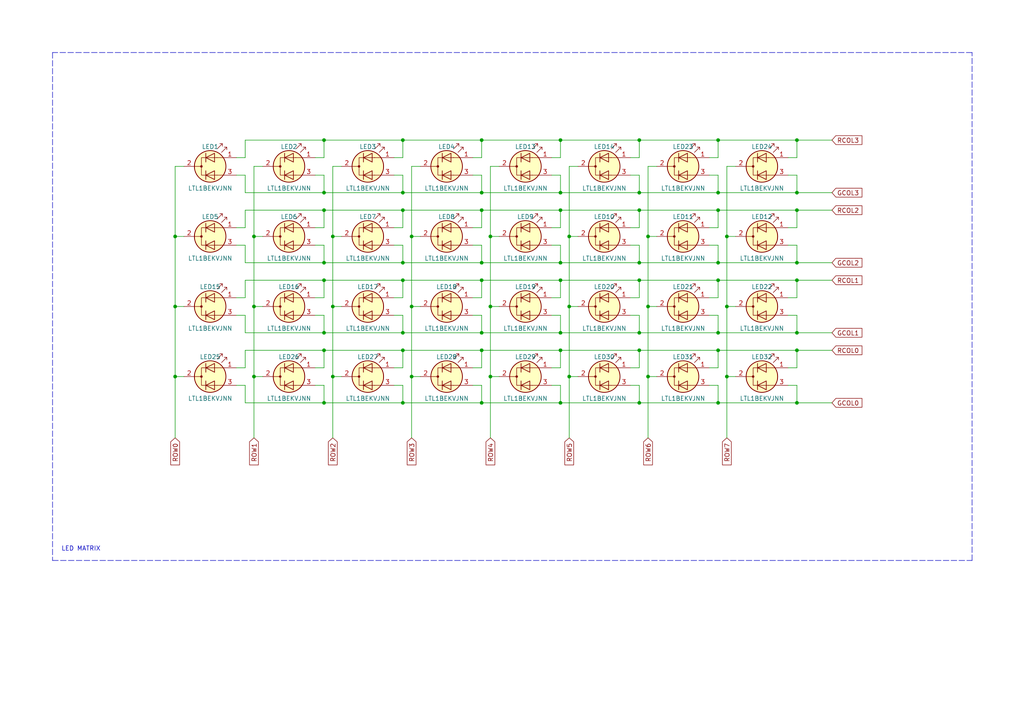
<source format=kicad_sch>
(kicad_sch (version 20211123) (generator eeschema)
  (paper "A4")
  (title_block (title "PER|FORMER eurorack sequencer") (date "2018-10-09") (rev "1.0") (company "westlicht") (comment 1 "cc-by-nc-sa"))
  (lib_symbols
    (symbol "Device:LED_Dual_ACA" (pin_names (offset 0) hide)
      (property "Reference" "D" (at 0 5.715 0))
      (property "Value" "Device_LED_Dual_ACA" (at 0 -6.35 0))
      (symbol "LED_Dual_ACA_0_1"
        (circle (center -2.54 0) (radius 0.2794) (fill (type outline)))
        (polyline (pts (xy -4.572 0) (xy -2.54 0)))
        (polyline (pts (xy -1.27 -1.27) (xy -1.27 -3.81)) (stroke (width 0.2032)))
        (polyline (pts (xy -1.27 1.27) (xy -1.27 3.81)) (stroke (width 0.2032)))
        (polyline (pts (xy 3.81 -2.54) (xy 1.905 -2.54)))
        (polyline (pts (xy 3.81 2.54) (xy 1.905 2.54)))
        (polyline (pts (xy 1.27 -3.81) (xy 1.27 -1.27) (xy -1.27 -2.54) (xy 1.27 -3.81)) (stroke (width 0.2032)))
        (polyline (pts (xy 1.27 1.27) (xy 1.27 3.81) (xy -1.27 2.54) (xy 1.27 1.27)) (stroke (width 0.2032)))
        (polyline (pts (xy 2.032 2.54) (xy -2.54 2.54) (xy -2.54 -2.54) (xy 2.032 -2.54)))
        (polyline (pts (xy 2.032 5.08) (xy 3.556 6.604) (xy 2.794 6.604) (xy 3.556 6.604) (xy 3.556 5.842)))
        (polyline (pts (xy 3.302 4.064) (xy 4.826 5.588) (xy 4.064 5.588) (xy 4.826 5.588) (xy 4.826 4.826)))
        (circle (center 0 0) (radius 4.572) (stroke (width 0.254)) (fill (type background)))
      )
      (symbol "LED_Dual_ACA_1_1"
        (pin input line (at 7.62 2.54 180) (length 3.81) (name "A1") (number "1"))
        (pin input line (at -7.62 0 0) (length 3.048) (name "K") (number "2"))
        (pin input line (at 7.62 -2.54 180) (length 3.81) (name "A2") (number "3"))
      )
    )
  )
  (junction (at 208.28 60.96))
  (junction (at 93.98 60.96))
  (junction (at 162.56 101.6))
  (junction (at 185.42 96.52))
  (junction (at 93.98 81.28))
  (junction (at 185.42 60.96))
  (junction (at 116.84 81.28))
  (junction (at 50.8 109.22))
  (junction (at 165.1 88.9))
  (junction (at 93.98 40.64))
  (junction (at 116.84 76.2))
  (junction (at 116.84 96.52))
  (junction (at 73.66 68.58))
  (junction (at 185.42 81.28))
  (junction (at 162.56 81.28))
  (junction (at 231.14 81.28))
  (junction (at 231.14 76.2))
  (junction (at 116.84 101.6))
  (junction (at 139.7 40.64))
  (junction (at 93.98 116.84))
  (junction (at 119.38 88.9))
  (junction (at 139.7 76.2))
  (junction (at 162.56 40.64))
  (junction (at 93.98 76.2))
  (junction (at 210.82 88.9))
  (junction (at 119.38 68.58))
  (junction (at 231.14 40.64))
  (junction (at 231.14 116.84))
  (junction (at 93.98 55.88))
  (junction (at 162.56 60.96))
  (junction (at 96.52 68.58))
  (junction (at 73.66 88.9))
  (junction (at 142.24 88.9))
  (junction (at 185.42 101.6))
  (junction (at 208.28 116.84))
  (junction (at 185.42 116.84))
  (junction (at 187.96 88.9))
  (junction (at 185.42 55.88))
  (junction (at 231.14 101.6))
  (junction (at 116.84 40.64))
  (junction (at 142.24 68.58))
  (junction (at 116.84 116.84))
  (junction (at 162.56 76.2))
  (junction (at 139.7 96.52))
  (junction (at 116.84 60.96))
  (junction (at 231.14 55.88))
  (junction (at 93.98 96.52))
  (junction (at 50.8 88.9))
  (junction (at 208.28 96.52))
  (junction (at 208.28 76.2))
  (junction (at 231.14 96.52))
  (junction (at 139.7 101.6))
  (junction (at 208.28 55.88))
  (junction (at 96.52 88.9))
  (junction (at 187.96 109.22))
  (junction (at 208.28 101.6))
  (junction (at 116.84 55.88))
  (junction (at 162.56 55.88))
  (junction (at 73.66 109.22))
  (junction (at 187.96 68.58))
  (junction (at 162.56 96.52))
  (junction (at 119.38 109.22))
  (junction (at 208.28 81.28))
  (junction (at 139.7 81.28))
  (junction (at 162.56 116.84))
  (junction (at 142.24 109.22))
  (junction (at 165.1 109.22))
  (junction (at 50.8 68.58))
  (junction (at 139.7 55.88))
  (junction (at 208.28 40.64))
  (junction (at 139.7 60.96))
  (junction (at 185.42 40.64))
  (junction (at 185.42 76.2))
  (junction (at 210.82 68.58))
  (junction (at 93.98 101.6))
  (junction (at 210.82 109.22))
  (junction (at 139.7 116.84))
  (junction (at 165.1 68.58))
  (junction (at 96.52 109.22))
  (junction (at 231.14 60.96))
  (wire (pts (xy 185.42 40.64) (xy 208.28 40.64)))
  (wire (pts (xy 68.58 66.04) (xy 71.12 66.04)))
  (wire (pts (xy 185.42 101.6) (xy 208.28 101.6)))
  (wire (pts (xy 165.1 109.22) (xy 165.1 127)))
  (wire (pts (xy 190.5 48.26) (xy 187.96 48.26)))
  (wire (pts (xy 162.56 66.04) (xy 162.56 60.96)))
  (wire (pts (xy 231.14 40.64) (xy 241.3 40.64)))
  (wire (pts (xy 208.28 45.72) (xy 208.28 40.64)))
  (wire (pts (xy 139.7 116.84) (xy 162.56 116.84)))
  (wire (pts (xy 114.3 66.04) (xy 116.84 66.04)))
  (wire (pts (xy 185.42 86.36) (xy 185.42 81.28)))
  (wire (pts (xy 116.84 76.2) (xy 139.7 76.2)))
  (wire (pts (xy 165.1 88.9) (xy 165.1 109.22)))
  (wire (pts (xy 210.82 88.9) (xy 210.82 109.22)))
  (wire (pts (xy 231.14 106.68) (xy 228.6 106.68)))
  (wire (pts (xy 114.3 71.12) (xy 116.84 71.12)))
  (wire (pts (xy 137.16 91.44) (xy 139.7 91.44)))
  (wire (pts (xy 162.56 101.6) (xy 185.42 101.6)))
  (wire (pts (xy 50.8 109.22) (xy 53.34 109.22)))
  (wire (pts (xy 68.58 50.8) (xy 71.12 50.8)))
  (wire (pts (xy 142.24 109.22) (xy 142.24 127)))
  (wire (pts (xy 208.28 50.8) (xy 208.28 55.88)))
  (wire (pts (xy 208.28 60.96) (xy 231.14 60.96)))
  (wire (pts (xy 142.24 109.22) (xy 144.78 109.22)))
  (wire (pts (xy 71.12 76.2) (xy 71.12 71.12)))
  (wire (pts (xy 187.96 68.58) (xy 190.5 68.58)))
  (wire (pts (xy 162.56 106.68) (xy 162.56 101.6)))
  (wire (pts (xy 137.16 66.04) (xy 139.7 66.04)))
  (wire (pts (xy 162.56 40.64) (xy 185.42 40.64)))
  (wire (pts (xy 231.14 71.12) (xy 231.14 76.2)))
  (wire (pts (xy 116.84 111.76) (xy 116.84 116.84)))
  (wire (pts (xy 210.82 109.22) (xy 213.36 109.22)))
  (wire (pts (xy 137.16 106.68) (xy 139.7 106.68)))
  (wire (pts (xy 93.98 116.84) (xy 116.84 116.84)))
  (wire (pts (xy 142.24 68.58) (xy 142.24 88.9)))
  (wire (pts (xy 185.42 50.8) (xy 185.42 55.88)))
  (wire (pts (xy 137.16 71.12) (xy 139.7 71.12)))
  (wire (pts (xy 71.12 106.68) (xy 71.12 101.6)))
  (wire (pts (xy 119.38 68.58) (xy 121.92 68.58)))
  (wire (pts (xy 182.88 71.12) (xy 185.42 71.12)))
  (wire (pts (xy 162.56 81.28) (xy 185.42 81.28)))
  (wire (pts (xy 50.8 88.9) (xy 53.34 88.9)))
  (wire (pts (xy 185.42 111.76) (xy 185.42 116.84)))
  (wire (pts (xy 91.44 66.04) (xy 93.98 66.04)))
  (wire (pts (xy 162.56 71.12) (xy 162.56 76.2)))
  (wire (pts (xy 137.16 111.76) (xy 139.7 111.76)))
  (wire (pts (xy 185.42 91.44) (xy 185.42 96.52)))
  (wire (pts (xy 205.74 106.68) (xy 208.28 106.68)))
  (wire (pts (xy 116.84 106.68) (xy 116.84 101.6)))
  (wire (pts (xy 93.98 106.68) (xy 93.98 101.6)))
  (wire (pts (xy 228.6 91.44) (xy 231.14 91.44)))
  (wire (pts (xy 139.7 111.76) (xy 139.7 116.84)))
  (wire (pts (xy 185.42 55.88) (xy 208.28 55.88)))
  (wire (pts (xy 167.64 48.26) (xy 165.1 48.26)))
  (wire (pts (xy 205.74 91.44) (xy 208.28 91.44)))
  (wire (pts (xy 73.66 88.9) (xy 73.66 109.22)))
  (wire (pts (xy 68.58 45.72) (xy 71.12 45.72)))
  (wire (pts (xy 93.98 81.28) (xy 93.98 86.36)))
  (wire (pts (xy 119.38 109.22) (xy 119.38 127)))
  (wire (pts (xy 205.74 45.72) (xy 208.28 45.72)))
  (wire (pts (xy 162.56 60.96) (xy 185.42 60.96)))
  (wire (pts (xy 162.56 96.52) (xy 185.42 96.52)))
  (wire (pts (xy 116.84 55.88) (xy 139.7 55.88)))
  (wire (pts (xy 185.42 96.52) (xy 208.28 96.52)))
  (wire (pts (xy 182.88 66.04) (xy 185.42 66.04)))
  (wire (pts (xy 93.98 50.8) (xy 93.98 55.88)))
  (wire (pts (xy 185.42 116.84) (xy 208.28 116.84)))
  (wire (pts (xy 185.42 76.2) (xy 208.28 76.2)))
  (wire (pts (xy 137.16 45.72) (xy 139.7 45.72)))
  (wire (pts (xy 50.8 48.26) (xy 50.8 68.58)))
  (wire (pts (xy 91.44 45.72) (xy 93.98 45.72)))
  (wire (pts (xy 185.42 81.28) (xy 208.28 81.28)))
  (wire (pts (xy 208.28 101.6) (xy 231.14 101.6)))
  (wire (pts (xy 205.74 86.36) (xy 208.28 86.36)))
  (wire (pts (xy 208.28 66.04) (xy 208.28 60.96)))
  (wire (pts (xy 93.98 40.64) (xy 116.84 40.64)))
  (wire (pts (xy 185.42 106.68) (xy 185.42 101.6)))
  (wire (pts (xy 116.84 81.28) (xy 139.7 81.28)))
  (wire (pts (xy 162.56 91.44) (xy 162.56 96.52)))
  (wire (pts (xy 208.28 40.64) (xy 231.14 40.64)))
  (wire (pts (xy 231.14 60.96) (xy 231.14 66.04)))
  (wire (pts (xy 96.52 109.22) (xy 99.06 109.22)))
  (wire (pts (xy 119.38 88.9) (xy 119.38 109.22)))
  (wire (pts (xy 93.98 91.44) (xy 93.98 96.52)))
  (wire (pts (xy 139.7 45.72) (xy 139.7 40.64)))
  (wire (pts (xy 114.3 106.68) (xy 116.84 106.68)))
  (wire (pts (xy 142.24 68.58) (xy 144.78 68.58)))
  (wire (pts (xy 205.74 66.04) (xy 208.28 66.04)))
  (wire (pts (xy 139.7 86.36) (xy 139.7 81.28)))
  (wire (pts (xy 116.84 86.36) (xy 116.84 81.28)))
  (wire (pts (xy 137.16 50.8) (xy 139.7 50.8)))
  (wire (pts (xy 231.14 60.96) (xy 241.3 60.96)))
  (wire (pts (xy 73.66 109.22) (xy 76.2 109.22)))
  (wire (pts (xy 162.56 86.36) (xy 162.56 81.28)))
  (wire (pts (xy 187.96 88.9) (xy 190.5 88.9)))
  (wire (pts (xy 71.12 76.2) (xy 93.98 76.2)))
  (wire (pts (xy 139.7 66.04) (xy 139.7 60.96)))
  (wire (pts (xy 185.42 66.04) (xy 185.42 60.96)))
  (wire (pts (xy 187.96 48.26) (xy 187.96 68.58)))
  (wire (pts (xy 116.84 40.64) (xy 139.7 40.64)))
  (wire (pts (xy 96.52 88.9) (xy 99.06 88.9)))
  (wire (pts (xy 162.56 111.76) (xy 162.56 116.84)))
  (wire (pts (xy 91.44 111.76) (xy 93.98 111.76)))
  (wire (pts (xy 231.14 101.6) (xy 241.3 101.6)))
  (wire (pts (xy 73.66 109.22) (xy 73.66 127)))
  (wire (pts (xy 71.12 101.6) (xy 93.98 101.6)))
  (wire (pts (xy 182.88 45.72) (xy 185.42 45.72)))
  (wire (pts (xy 71.12 60.96) (xy 93.98 60.96)))
  (wire (pts (xy 139.7 40.64) (xy 162.56 40.64)))
  (wire (pts (xy 91.44 50.8) (xy 93.98 50.8)))
  (wire (pts (xy 116.84 60.96) (xy 139.7 60.96)))
  (wire (pts (xy 160.02 66.04) (xy 162.56 66.04)))
  (wire (pts (xy 71.12 71.12) (xy 68.58 71.12)))
  (wire (pts (xy 71.12 45.72) (xy 71.12 40.64)))
  (wire (pts (xy 116.84 96.52) (xy 139.7 96.52)))
  (wire (pts (xy 231.14 91.44) (xy 231.14 96.52)))
  (wire (pts (xy 187.96 109.22) (xy 187.96 127)))
  (wire (pts (xy 53.34 48.26) (xy 50.8 48.26)))
  (wire (pts (xy 231.14 55.88) (xy 241.3 55.88)))
  (wire (pts (xy 231.14 96.52) (xy 241.3 96.52)))
  (wire (pts (xy 96.52 68.58) (xy 96.52 88.9)))
  (wire (pts (xy 187.96 88.9) (xy 187.96 109.22)))
  (wire (pts (xy 187.96 109.22) (xy 190.5 109.22)))
  (wire (pts (xy 91.44 106.68) (xy 93.98 106.68)))
  (wire (pts (xy 71.12 116.84) (xy 93.98 116.84)))
  (wire (pts (xy 121.92 48.26) (xy 119.38 48.26)))
  (wire (pts (xy 93.98 86.36) (xy 91.44 86.36)))
  (wire (pts (xy 165.1 68.58) (xy 165.1 88.9)))
  (wire (pts (xy 208.28 76.2) (xy 231.14 76.2)))
  (wire (pts (xy 208.28 86.36) (xy 208.28 81.28)))
  (wire (pts (xy 139.7 50.8) (xy 139.7 55.88)))
  (wire (pts (xy 210.82 48.26) (xy 210.82 68.58)))
  (wire (pts (xy 142.24 88.9) (xy 142.24 109.22)))
  (wire (pts (xy 208.28 116.84) (xy 231.14 116.84)))
  (wire (pts (xy 208.28 71.12) (xy 208.28 76.2)))
  (wire (pts (xy 182.88 91.44) (xy 185.42 91.44)))
  (wire (pts (xy 139.7 71.12) (xy 139.7 76.2)))
  (wire (pts (xy 210.82 68.58) (xy 210.82 88.9)))
  (wire (pts (xy 210.82 109.22) (xy 210.82 127)))
  (wire (pts (xy 231.14 40.64) (xy 231.14 45.72)))
  (polyline (pts (xy 281.94 15.24) (xy 15.24 15.24)))
  (wire (pts (xy 165.1 48.26) (xy 165.1 68.58)))
  (wire (pts (xy 73.66 68.58) (xy 73.66 88.9)))
  (wire (pts (xy 93.98 60.96) (xy 116.84 60.96)))
  (wire (pts (xy 116.84 71.12) (xy 116.84 76.2)))
  (wire (pts (xy 137.16 86.36) (xy 139.7 86.36)))
  (wire (pts (xy 231.14 55.88) (xy 231.14 50.8)))
  (wire (pts (xy 116.84 50.8) (xy 116.84 55.88)))
  (wire (pts (xy 50.8 109.22) (xy 50.8 127)))
  (wire (pts (xy 182.88 86.36) (xy 185.42 86.36)))
  (wire (pts (xy 160.02 45.72) (xy 162.56 45.72)))
  (wire (pts (xy 231.14 50.8) (xy 228.6 50.8)))
  (wire (pts (xy 68.58 86.36) (xy 71.12 86.36)))
  (wire (pts (xy 139.7 55.88) (xy 162.56 55.88)))
  (wire (pts (xy 205.74 50.8) (xy 208.28 50.8)))
  (wire (pts (xy 165.1 68.58) (xy 167.64 68.58)))
  (wire (pts (xy 160.02 86.36) (xy 162.56 86.36)))
  (wire (pts (xy 187.96 68.58) (xy 187.96 88.9)))
  (wire (pts (xy 119.38 48.26) (xy 119.38 68.58)))
  (wire (pts (xy 71.12 91.44) (xy 68.58 91.44)))
  (wire (pts (xy 231.14 86.36) (xy 228.6 86.36)))
  (polyline (pts (xy 281.94 162.56) (xy 281.94 15.24)))
  (wire (pts (xy 71.12 81.28) (xy 93.98 81.28)))
  (wire (pts (xy 160.02 111.76) (xy 162.56 111.76)))
  (wire (pts (xy 114.3 45.72) (xy 116.84 45.72)))
  (wire (pts (xy 93.98 55.88) (xy 116.84 55.88)))
  (wire (pts (xy 182.88 50.8) (xy 185.42 50.8)))
  (wire (pts (xy 139.7 76.2) (xy 162.56 76.2)))
  (wire (pts (xy 50.8 68.58) (xy 50.8 88.9)))
  (wire (pts (xy 208.28 55.88) (xy 231.14 55.88)))
  (wire (pts (xy 231.14 81.28) (xy 231.14 86.36)))
  (wire (pts (xy 119.38 109.22) (xy 121.92 109.22)))
  (wire (pts (xy 71.12 86.36) (xy 71.12 81.28)))
  (wire (pts (xy 93.98 66.04) (xy 93.98 60.96)))
  (wire (pts (xy 162.56 116.84) (xy 185.42 116.84)))
  (wire (pts (xy 50.8 68.58) (xy 53.34 68.58)))
  (wire (pts (xy 162.56 45.72) (xy 162.56 40.64)))
  (wire (pts (xy 165.1 88.9) (xy 167.64 88.9)))
  (wire (pts (xy 96.52 88.9) (xy 96.52 109.22)))
  (wire (pts (xy 116.84 116.84) (xy 139.7 116.84)))
  (wire (pts (xy 162.56 76.2) (xy 185.42 76.2)))
  (wire (pts (xy 210.82 88.9) (xy 213.36 88.9)))
  (wire (pts (xy 213.36 48.26) (xy 210.82 48.26)))
  (wire (pts (xy 228.6 111.76) (xy 231.14 111.76)))
  (wire (pts (xy 71.12 50.8) (xy 71.12 55.88)))
  (wire (pts (xy 185.42 45.72) (xy 185.42 40.64)))
  (wire (pts (xy 114.3 50.8) (xy 116.84 50.8)))
  (wire (pts (xy 228.6 71.12) (xy 231.14 71.12)))
  (wire (pts (xy 114.3 86.36) (xy 116.84 86.36)))
  (wire (pts (xy 93.98 101.6) (xy 116.84 101.6)))
  (wire (pts (xy 208.28 106.68) (xy 208.28 101.6)))
  (wire (pts (xy 73.66 68.58) (xy 76.2 68.58)))
  (wire (pts (xy 96.52 68.58) (xy 99.06 68.58)))
  (wire (pts (xy 93.98 71.12) (xy 93.98 76.2)))
  (wire (pts (xy 139.7 81.28) (xy 162.56 81.28)))
  (wire (pts (xy 231.14 76.2) (xy 241.3 76.2)))
  (wire (pts (xy 71.12 40.64) (xy 93.98 40.64)))
  (wire (pts (xy 182.88 106.68) (xy 185.42 106.68)))
  (wire (pts (xy 93.98 76.2) (xy 116.84 76.2)))
  (wire (pts (xy 182.88 111.76) (xy 185.42 111.76)))
  (wire (pts (xy 231.14 116.84) (xy 241.3 116.84)))
  (wire (pts (xy 50.8 88.9) (xy 50.8 109.22)))
  (wire (pts (xy 160.02 71.12) (xy 162.56 71.12)))
  (wire (pts (xy 93.98 111.76) (xy 93.98 116.84)))
  (wire (pts (xy 205.74 71.12) (xy 208.28 71.12)))
  (wire (pts (xy 91.44 71.12) (xy 93.98 71.12)))
  (wire (pts (xy 210.82 68.58) (xy 213.36 68.58)))
  (wire (pts (xy 162.56 50.8) (xy 162.56 55.88)))
  (wire (pts (xy 116.84 66.04) (xy 116.84 60.96)))
  (polyline (pts (xy 15.24 15.24) (xy 15.24 162.56)))
  (wire (pts (xy 93.98 81.28) (xy 116.84 81.28)))
  (wire (pts (xy 71.12 96.52) (xy 71.12 91.44)))
  (wire (pts (xy 208.28 96.52) (xy 231.14 96.52)))
  (wire (pts (xy 73.66 48.26) (xy 73.66 68.58)))
  (wire (pts (xy 139.7 106.68) (xy 139.7 101.6)))
  (wire (pts (xy 160.02 106.68) (xy 162.56 106.68)))
  (wire (pts (xy 139.7 101.6) (xy 162.56 101.6)))
  (wire (pts (xy 142.24 88.9) (xy 144.78 88.9)))
  (wire (pts (xy 165.1 109.22) (xy 167.64 109.22)))
  (wire (pts (xy 73.66 88.9) (xy 76.2 88.9)))
  (wire (pts (xy 93.98 96.52) (xy 116.84 96.52)))
  (wire (pts (xy 139.7 96.52) (xy 162.56 96.52)))
  (wire (pts (xy 68.58 106.68) (xy 71.12 106.68)))
  (wire (pts (xy 160.02 91.44) (xy 162.56 91.44)))
  (wire (pts (xy 162.56 55.88) (xy 185.42 55.88)))
  (wire (pts (xy 208.28 91.44) (xy 208.28 96.52)))
  (wire (pts (xy 116.84 91.44) (xy 116.84 96.52)))
  (wire (pts (xy 160.02 50.8) (xy 162.56 50.8)))
  (wire (pts (xy 119.38 88.9) (xy 121.92 88.9)))
  (wire (pts (xy 91.44 91.44) (xy 93.98 91.44)))
  (polyline (pts (xy 15.24 162.56) (xy 281.94 162.56)))
  (wire (pts (xy 231.14 66.04) (xy 228.6 66.04)))
  (wire (pts (xy 96.52 109.22) (xy 96.52 127)))
  (wire (pts (xy 185.42 60.96) (xy 208.28 60.96)))
  (wire (pts (xy 76.2 48.26) (xy 73.66 48.26)))
  (wire (pts (xy 185.42 71.12) (xy 185.42 76.2)))
  (wire (pts (xy 71.12 96.52) (xy 93.98 96.52)))
  (wire (pts (xy 71.12 55.88) (xy 93.98 55.88)))
  (wire (pts (xy 71.12 66.04) (xy 71.12 60.96)))
  (wire (pts (xy 205.74 111.76) (xy 208.28 111.76)))
  (wire (pts (xy 99.06 48.26) (xy 96.52 48.26)))
  (wire (pts (xy 114.3 111.76) (xy 116.84 111.76)))
  (wire (pts (xy 208.28 81.28) (xy 231.14 81.28)))
  (wire (pts (xy 139.7 60.96) (xy 162.56 60.96)))
  (wire (pts (xy 231.14 45.72) (xy 228.6 45.72)))
  (wire (pts (xy 142.24 48.26) (xy 142.24 68.58)))
  (wire (pts (xy 231.14 111.76) (xy 231.14 116.84)))
  (wire (pts (xy 71.12 116.84) (xy 71.12 111.76)))
  (wire (pts (xy 119.38 68.58) (xy 119.38 88.9)))
  (wire (pts (xy 139.7 91.44) (xy 139.7 96.52)))
  (wire (pts (xy 93.98 45.72) (xy 93.98 40.64)))
  (wire (pts (xy 114.3 91.44) (xy 116.84 91.44)))
  (wire (pts (xy 96.52 48.26) (xy 96.52 68.58)))
  (wire (pts (xy 231.14 101.6) (xy 231.14 106.68)))
  (wire (pts (xy 116.84 45.72) (xy 116.84 40.64)))
  (wire (pts (xy 231.14 81.28) (xy 241.3 81.28)))
  (wire (pts (xy 144.78 48.26) (xy 142.24 48.26)))
  (wire (pts (xy 208.28 111.76) (xy 208.28 116.84)))
  (wire (pts (xy 116.84 101.6) (xy 139.7 101.6)))
  (wire (pts (xy 71.12 111.76) (xy 68.58 111.76)))
  (text "LED MATRIX" (at 17.78 160.02 0) (effects (font (size 1.2954 1.2954)) (justify left bottom)))
  (global_label "ROW4" (shape input) (at 142.24 127 270) (effects (font (size 1.2954 1.2954))) (property "Intersheet References" "${INTERSHEET_REFS}" (effects hide)))
  (global_label "ROW0" (shape input) (at 50.8 127 270) (effects (font (size 1.2954 1.2954))) (property "Intersheet References" "${INTERSHEET_REFS}" (effects hide)))
  (global_label "RCOL3" (shape input) (at 241.3 40.64 0) (effects (font (size 1.2954 1.2954))) (property "Intersheet References" "${INTERSHEET_REFS}" (effects hide)))
  (global_label "RCOL0" (shape input) (at 241.3 101.6 0) (effects (font (size 1.2954 1.2954))) (property "Intersheet References" "${INTERSHEET_REFS}" (effects hide)))
  (global_label "GCOL3" (shape input) (at 241.3 55.88 0) (effects (font (size 1.2954 1.2954))) (property "Intersheet References" "${INTERSHEET_REFS}" (effects hide)))
  (global_label "RCOL1" (shape input) (at 241.3 81.28 0) (effects (font (size 1.2954 1.2954))) (property "Intersheet References" "${INTERSHEET_REFS}" (effects hide)))
  (global_label "ROW7" (shape input) (at 210.82 127 270) (effects (font (size 1.2954 1.2954))) (property "Intersheet References" "${INTERSHEET_REFS}" (effects hide)))
  (global_label "RCOL2" (shape input) (at 241.3 60.96 0) (effects (font (size 1.2954 1.2954))) (property "Intersheet References" "${INTERSHEET_REFS}" (effects hide)))
  (global_label "GCOL0" (shape input) (at 241.3 116.84 0) (effects (font (size 1.2954 1.2954))) (property "Intersheet References" "${INTERSHEET_REFS}" (effects hide)))
  (global_label "ROW2" (shape input) (at 96.52 127 270) (effects (font (size 1.2954 1.2954))) (property "Intersheet References" "${INTERSHEET_REFS}" (effects hide)))
  (global_label "ROW6" (shape input) (at 187.96 127 270) (effects (font (size 1.2954 1.2954))) (property "Intersheet References" "${INTERSHEET_REFS}" (effects hide)))
  (global_label "GCOL2" (shape input) (at 241.3 76.2 0) (effects (font (size 1.2954 1.2954))) (property "Intersheet References" "${INTERSHEET_REFS}" (effects hide)))
  (global_label "ROW5" (shape input) (at 165.1 127 270) (effects (font (size 1.2954 1.2954))) (property "Intersheet References" "${INTERSHEET_REFS}" (effects hide)))
  (global_label "ROW3" (shape input) (at 119.38 127 270) (effects (font (size 1.2954 1.2954))) (property "Intersheet References" "${INTERSHEET_REFS}" (effects hide)))
  (global_label "ROW1" (shape input) (at 73.66 127 270) (effects (font (size 1.2954 1.2954))) (property "Intersheet References" "${INTERSHEET_REFS}" (effects hide)))
  (global_label "GCOL1" (shape input) (at 241.3 96.52 0) (effects (font (size 1.2954 1.2954))) (property "Intersheet References" "${INTERSHEET_REFS}" (effects hide)))
  (symbol (lib_id "Device:LED_Dual_ACA") (at 60.96 48.26 0) (unit 1)
    (property "Reference" "LED1" (at 60.96 42.545 0))
    (property "Value" "LTL1BEKVJNN" (at 60.96 54.61 0))
    (property "Footprint" "w_led:LTL1BEKVJNN" (effects hide))
    (property "Datasheet" "http://datasheet.octopart.com/LTL1BEKVJNN-Lite-On-datasheet-25352782.pdf" (effects hide))
    (property "MFN" "Lite-On" (effects hide))
    (property "MFP" "LTL1BEKVJNN" (effects hide))
  )
  (symbol (lib_id "Device:LED_Dual_ACA") (at 60.96 68.58 0) (unit 1)
    (property "Reference" "LED5" (at 60.96 62.865 0))
    (property "Value" "LTL1BEKVJNN" (at 60.96 74.93 0))
    (property "Footprint" "w_led:LTL1BEKVJNN" (effects hide))
    (property "Datasheet" "http://datasheet.octopart.com/LTL1BEKVJNN-Lite-On-datasheet-25352782.pdf" (effects hide))
    (property "MFN" "Lite-On" (effects hide))
    (property "MFP" "LTL1BEKVJNN" (effects hide))
  )
  (symbol (lib_id "Device:LED_Dual_ACA") (at 60.96 88.9 0) (unit 1)
    (property "Reference" "LED15" (at 60.96 83.185 0))
    (property "Value" "LTL1BEKVJNN" (at 60.96 95.25 0))
    (property "Footprint" "w_led:LTL1BEKVJNN" (effects hide))
    (property "Datasheet" "http://datasheet.octopart.com/LTL1BEKVJNN-Lite-On-datasheet-25352782.pdf" (effects hide))
    (property "MFN" "Lite-On" (effects hide))
    (property "MFP" "LTL1BEKVJNN" (effects hide))
  )
  (symbol (lib_id "Device:LED_Dual_ACA") (at 60.96 109.22 0) (unit 1)
    (property "Reference" "LED25" (at 60.96 103.505 0))
    (property "Value" "LTL1BEKVJNN" (at 60.96 115.57 0))
    (property "Footprint" "w_led:LTL1BEKVJNN" (effects hide))
    (property "Datasheet" "http://datasheet.octopart.com/LTL1BEKVJNN-Lite-On-datasheet-25352782.pdf" (effects hide))
    (property "MFN" "Lite-On" (effects hide))
    (property "MFP" "LTL1BEKVJNN" (effects hide))
  )
  (symbol (lib_id "Device:LED_Dual_ACA") (at 83.82 48.26 0) (unit 1)
    (property "Reference" "LED2" (at 83.82 42.545 0))
    (property "Value" "LTL1BEKVJNN" (at 83.82 54.61 0))
    (property "Footprint" "w_led:LTL1BEKVJNN" (effects hide))
    (property "Datasheet" "http://datasheet.octopart.com/LTL1BEKVJNN-Lite-On-datasheet-25352782.pdf" (effects hide))
    (property "MFN" "Lite-On" (effects hide))
    (property "MFP" "LTL1BEKVJNN" (effects hide))
  )
  (symbol (lib_id "Device:LED_Dual_ACA") (at 83.82 68.58 0) (unit 1)
    (property "Reference" "LED6" (at 83.82 62.865 0))
    (property "Value" "LTL1BEKVJNN" (at 83.82 74.93 0))
    (property "Footprint" "w_led:LTL1BEKVJNN" (effects hide))
    (property "Datasheet" "http://datasheet.octopart.com/LTL1BEKVJNN-Lite-On-datasheet-25352782.pdf" (effects hide))
    (property "MFN" "Lite-On" (effects hide))
    (property "MFP" "LTL1BEKVJNN" (effects hide))
  )
  (symbol (lib_id "Device:LED_Dual_ACA") (at 83.82 88.9 0) (unit 1)
    (property "Reference" "LED16" (at 83.82 83.185 0))
    (property "Value" "LTL1BEKVJNN" (at 83.82 95.25 0))
    (property "Footprint" "w_led:LTL1BEKVJNN" (effects hide))
    (property "Datasheet" "http://datasheet.octopart.com/LTL1BEKVJNN-Lite-On-datasheet-25352782.pdf" (effects hide))
    (property "MFN" "Lite-On" (effects hide))
    (property "MFP" "LTL1BEKVJNN" (effects hide))
  )
  (symbol (lib_id "Device:LED_Dual_ACA") (at 83.82 109.22 0) (unit 1)
    (property "Reference" "LED26" (at 83.82 103.505 0))
    (property "Value" "LTL1BEKVJNN" (at 83.82 115.57 0))
    (property "Footprint" "w_led:LTL1BEKVJNN" (effects hide))
    (property "Datasheet" "http://datasheet.octopart.com/LTL1BEKVJNN-Lite-On-datasheet-25352782.pdf" (effects hide))
    (property "MFN" "Lite-On" (effects hide))
    (property "MFP" "LTL1BEKVJNN" (effects hide))
  )
  (symbol (lib_id "Device:LED_Dual_ACA") (at 106.68 48.26 0) (unit 1)
    (property "Reference" "LED3" (at 106.68 42.545 0))
    (property "Value" "LTL1BEKVJNN" (at 106.68 54.61 0))
    (property "Footprint" "w_led:LTL1BEKVJNN" (effects hide))
    (property "Datasheet" "http://datasheet.octopart.com/LTL1BEKVJNN-Lite-On-datasheet-25352782.pdf" (effects hide))
    (property "MFN" "Lite-On" (effects hide))
    (property "MFP" "LTL1BEKVJNN" (effects hide))
  )
  (symbol (lib_id "Device:LED_Dual_ACA") (at 106.68 68.58 0) (unit 1)
    (property "Reference" "LED7" (at 106.68 62.865 0))
    (property "Value" "LTL1BEKVJNN" (at 106.68 74.93 0))
    (property "Footprint" "w_led:LTL1BEKVJNN" (effects hide))
    (property "Datasheet" "http://datasheet.octopart.com/LTL1BEKVJNN-Lite-On-datasheet-25352782.pdf" (effects hide))
    (property "MFN" "Lite-On" (effects hide))
    (property "MFP" "LTL1BEKVJNN" (effects hide))
  )
  (symbol (lib_id "Device:LED_Dual_ACA") (at 106.68 88.9 0) (unit 1)
    (property "Reference" "LED17" (at 106.68 83.185 0))
    (property "Value" "LTL1BEKVJNN" (at 106.68 95.25 0))
    (property "Footprint" "w_led:LTL1BEKVJNN" (effects hide))
    (property "Datasheet" "http://datasheet.octopart.com/LTL1BEKVJNN-Lite-On-datasheet-25352782.pdf" (effects hide))
    (property "MFN" "Lite-On" (effects hide))
    (property "MFP" "LTL1BEKVJNN" (effects hide))
  )
  (symbol (lib_id "Device:LED_Dual_ACA") (at 106.68 109.22 0) (unit 1)
    (property "Reference" "LED27" (at 106.68 103.505 0))
    (property "Value" "LTL1BEKVJNN" (at 106.68 115.57 0))
    (property "Footprint" "w_led:LTL1BEKVJNN" (effects hide))
    (property "Datasheet" "http://datasheet.octopart.com/LTL1BEKVJNN-Lite-On-datasheet-25352782.pdf" (effects hide))
    (property "MFN" "Lite-On" (effects hide))
    (property "MFP" "LTL1BEKVJNN" (effects hide))
  )
  (symbol (lib_id "Device:LED_Dual_ACA") (at 129.54 48.26 0) (unit 1)
    (property "Reference" "LED4" (at 129.54 42.545 0))
    (property "Value" "LTL1BEKVJNN" (at 129.54 54.61 0))
    (property "Footprint" "w_led:LTL1BEKVJNN" (effects hide))
    (property "Datasheet" "http://datasheet.octopart.com/LTL1BEKVJNN-Lite-On-datasheet-25352782.pdf" (effects hide))
    (property "MFN" "Lite-On" (effects hide))
    (property "MFP" "LTL1BEKVJNN" (effects hide))
  )
  (symbol (lib_id "Device:LED_Dual_ACA") (at 129.54 68.58 0) (unit 1)
    (property "Reference" "LED8" (at 129.54 62.865 0))
    (property "Value" "LTL1BEKVJNN" (at 129.54 74.93 0))
    (property "Footprint" "w_led:LTL1BEKVJNN" (effects hide))
    (property "Datasheet" "http://datasheet.octopart.com/LTL1BEKVJNN-Lite-On-datasheet-25352782.pdf" (effects hide))
    (property "MFN" "Lite-On" (effects hide))
    (property "MFP" "LTL1BEKVJNN" (effects hide))
  )
  (symbol (lib_id "Device:LED_Dual_ACA") (at 129.54 88.9 0) (unit 1)
    (property "Reference" "LED18" (at 129.54 83.185 0))
    (property "Value" "LTL1BEKVJNN" (at 129.54 95.25 0))
    (property "Footprint" "w_led:LTL1BEKVJNN" (effects hide))
    (property "Datasheet" "http://datasheet.octopart.com/LTL1BEKVJNN-Lite-On-datasheet-25352782.pdf" (effects hide))
    (property "MFN" "Lite-On" (effects hide))
    (property "MFP" "LTL1BEKVJNN" (effects hide))
  )
  (symbol (lib_id "Device:LED_Dual_ACA") (at 129.54 109.22 0) (unit 1)
    (property "Reference" "LED28" (at 129.54 103.505 0))
    (property "Value" "LTL1BEKVJNN" (at 129.54 115.57 0))
    (property "Footprint" "w_led:LTL1BEKVJNN" (effects hide))
    (property "Datasheet" "http://datasheet.octopart.com/LTL1BEKVJNN-Lite-On-datasheet-25352782.pdf" (effects hide))
    (property "MFN" "Lite-On" (effects hide))
    (property "MFP" "LTL1BEKVJNN" (effects hide))
  )
  (symbol (lib_id "Device:LED_Dual_ACA") (at 152.4 48.26 0) (unit 1)
    (property "Reference" "LED13" (at 152.4 42.545 0))
    (property "Value" "LTL1BEKVJNN" (at 152.4 54.61 0))
    (property "Footprint" "w_led:LTL1BEKVJNN" (effects hide))
    (property "Datasheet" "http://datasheet.octopart.com/LTL1BEKVJNN-Lite-On-datasheet-25352782.pdf" (effects hide))
    (property "MFN" "Lite-On" (effects hide))
    (property "MFP" "LTL1BEKVJNN" (effects hide))
  )
  (symbol (lib_id "Device:LED_Dual_ACA") (at 152.4 68.58 0) (unit 1)
    (property "Reference" "LED9" (at 152.4 62.865 0))
    (property "Value" "LTL1BEKVJNN" (at 152.4 74.93 0))
    (property "Footprint" "w_led:LTL1BEKVJNN" (effects hide))
    (property "Datasheet" "http://datasheet.octopart.com/LTL1BEKVJNN-Lite-On-datasheet-25352782.pdf" (effects hide))
    (property "MFN" "Lite-On" (effects hide))
    (property "MFP" "LTL1BEKVJNN" (effects hide))
  )
  (symbol (lib_id "Device:LED_Dual_ACA") (at 152.4 88.9 0) (unit 1)
    (property "Reference" "LED19" (at 152.4 83.185 0))
    (property "Value" "LTL1BEKVJNN" (at 152.4 95.25 0))
    (property "Footprint" "w_led:LTL1BEKVJNN" (effects hide))
    (property "Datasheet" "http://datasheet.octopart.com/LTL1BEKVJNN-Lite-On-datasheet-25352782.pdf" (effects hide))
    (property "MFN" "Lite-On" (effects hide))
    (property "MFP" "LTL1BEKVJNN" (effects hide))
  )
  (symbol (lib_id "Device:LED_Dual_ACA") (at 152.4 109.22 0) (unit 1)
    (property "Reference" "LED29" (at 152.4 103.505 0))
    (property "Value" "LTL1BEKVJNN" (at 152.4 115.57 0))
    (property "Footprint" "w_led:LTL1BEKVJNN" (effects hide))
    (property "Datasheet" "http://datasheet.octopart.com/LTL1BEKVJNN-Lite-On-datasheet-25352782.pdf" (effects hide))
    (property "MFN" "Lite-On" (effects hide))
    (property "MFP" "LTL1BEKVJNN" (effects hide))
  )
  (symbol (lib_id "Device:LED_Dual_ACA") (at 175.26 48.26 0) (unit 1)
    (property "Reference" "LED14" (at 175.26 42.545 0))
    (property "Value" "LTL1BEKVJNN" (at 175.26 54.61 0))
    (property "Footprint" "w_led:LTL1BEKVJNN" (effects hide))
    (property "Datasheet" "http://datasheet.octopart.com/LTL1BEKVJNN-Lite-On-datasheet-25352782.pdf" (effects hide))
    (property "MFN" "Lite-On" (effects hide))
    (property "MFP" "LTL1BEKVJNN" (effects hide))
  )
  (symbol (lib_id "Device:LED_Dual_ACA") (at 175.26 68.58 0) (unit 1)
    (property "Reference" "LED10" (at 175.26 62.865 0))
    (property "Value" "LTL1BEKVJNN" (at 175.26 74.93 0))
    (property "Footprint" "w_led:LTL1BEKVJNN" (effects hide))
    (property "Datasheet" "http://datasheet.octopart.com/LTL1BEKVJNN-Lite-On-datasheet-25352782.pdf" (effects hide))
    (property "MFN" "Lite-On" (effects hide))
    (property "MFP" "LTL1BEKVJNN" (effects hide))
  )
  (symbol (lib_id "Device:LED_Dual_ACA") (at 175.26 88.9 0) (unit 1)
    (property "Reference" "LED20" (at 175.26 83.185 0))
    (property "Value" "LTL1BEKVJNN" (at 175.26 95.25 0))
    (property "Footprint" "w_led:LTL1BEKVJNN" (effects hide))
    (property "Datasheet" "http://datasheet.octopart.com/LTL1BEKVJNN-Lite-On-datasheet-25352782.pdf" (effects hide))
    (property "MFN" "Lite-On" (effects hide))
    (property "MFP" "LTL1BEKVJNN" (effects hide))
  )
  (symbol (lib_id "Device:LED_Dual_ACA") (at 175.26 109.22 0) (unit 1)
    (property "Reference" "LED30" (at 175.26 103.505 0))
    (property "Value" "LTL1BEKVJNN" (at 175.26 115.57 0))
    (property "Footprint" "w_led:LTL1BEKVJNN" (effects hide))
    (property "Datasheet" "http://datasheet.octopart.com/LTL1BEKVJNN-Lite-On-datasheet-25352782.pdf" (effects hide))
    (property "MFN" "Lite-On" (effects hide))
    (property "MFP" "LTL1BEKVJNN" (effects hide))
  )
  (symbol (lib_id "Device:LED_Dual_ACA") (at 198.12 48.26 0) (unit 1)
    (property "Reference" "LED23" (at 198.12 42.545 0))
    (property "Value" "LTL1BEKVJNN" (at 198.12 54.61 0))
    (property "Footprint" "w_led:LTL1BEKVJNN" (effects hide))
    (property "Datasheet" "http://datasheet.octopart.com/LTL1BEKVJNN-Lite-On-datasheet-25352782.pdf" (effects hide))
    (property "MFN" "Lite-On" (effects hide))
    (property "MFP" "LTL1BEKVJNN" (effects hide))
  )
  (symbol (lib_id "Device:LED_Dual_ACA") (at 198.12 68.58 0) (unit 1)
    (property "Reference" "LED11" (at 198.12 62.865 0))
    (property "Value" "LTL1BEKVJNN" (at 198.12 74.93 0))
    (property "Footprint" "w_led:LTL1BEKVJNN" (effects hide))
    (property "Datasheet" "http://datasheet.octopart.com/LTL1BEKVJNN-Lite-On-datasheet-25352782.pdf" (effects hide))
    (property "MFN" "Lite-On" (effects hide))
    (property "MFP" "LTL1BEKVJNN" (effects hide))
  )
  (symbol (lib_id "Device:LED_Dual_ACA") (at 198.12 88.9 0) (unit 1)
    (property "Reference" "LED21" (at 198.12 83.185 0))
    (property "Value" "LTL1BEKVJNN" (at 198.12 95.25 0))
    (property "Footprint" "w_led:LTL1BEKVJNN" (effects hide))
    (property "Datasheet" "http://datasheet.octopart.com/LTL1BEKVJNN-Lite-On-datasheet-25352782.pdf" (effects hide))
    (property "MFN" "Lite-On" (effects hide))
    (property "MFP" "LTL1BEKVJNN" (effects hide))
  )
  (symbol (lib_id "Device:LED_Dual_ACA") (at 198.12 109.22 0) (unit 1)
    (property "Reference" "LED31" (at 198.12 103.505 0))
    (property "Value" "LTL1BEKVJNN" (at 198.12 115.57 0))
    (property "Footprint" "w_led:LTL1BEKVJNN" (effects hide))
    (property "Datasheet" "http://datasheet.octopart.com/LTL1BEKVJNN-Lite-On-datasheet-25352782.pdf" (effects hide))
    (property "MFN" "Lite-On" (effects hide))
    (property "MFP" "LTL1BEKVJNN" (effects hide))
  )
  (symbol (lib_id "Device:LED_Dual_ACA") (at 220.98 48.26 0) (unit 1)
    (property "Reference" "LED24" (at 220.98 42.545 0))
    (property "Value" "LTL1BEKVJNN" (at 220.98 54.61 0))
    (property "Footprint" "w_led:LTL1BEKVJNN" (effects hide))
    (property "Datasheet" "http://datasheet.octopart.com/LTL1BEKVJNN-Lite-On-datasheet-25352782.pdf" (effects hide))
    (property "MFN" "Lite-On" (effects hide))
    (property "MFP" "LTL1BEKVJNN" (effects hide))
  )
  (symbol (lib_id "Device:LED_Dual_ACA") (at 220.98 68.58 0) (unit 1)
    (property "Reference" "LED12" (at 220.98 62.865 0))
    (property "Value" "LTL1BEKVJNN" (at 220.98 74.93 0))
    (property "Footprint" "w_led:LTL1BEKVJNN" (effects hide))
    (property "Datasheet" "http://datasheet.octopart.com/LTL1BEKVJNN-Lite-On-datasheet-25352782.pdf" (effects hide))
    (property "MFN" "Lite-On" (effects hide))
    (property "MFP" "LTL1BEKVJNN" (effects hide))
  )
  (symbol (lib_id "Device:LED_Dual_ACA") (at 220.98 88.9 0) (unit 1)
    (property "Reference" "LED22" (at 220.98 83.185 0))
    (property "Value" "LTL1BEKVJNN" (at 220.98 95.25 0))
    (property "Footprint" "w_led:LTL1BEKVJNN" (effects hide))
    (property "Datasheet" "http://datasheet.octopart.com/LTL1BEKVJNN-Lite-On-datasheet-25352782.pdf" (effects hide))
    (property "MFN" "Lite-On" (effects hide))
    (property "MFP" "LTL1BEKVJNN" (effects hide))
  )
  (symbol (lib_id "Device:LED_Dual_ACA") (at 220.98 109.22 0) (unit 1)
    (property "Reference" "LED32" (at 220.98 103.505 0))
    (property "Value" "LTL1BEKVJNN" (at 220.98 115.57 0))
    (property "Footprint" "w_led:LTL1BEKVJNN" (effects hide))
    (property "Datasheet" "http://datasheet.octopart.com/LTL1BEKVJNN-Lite-On-datasheet-25352782.pdf" (effects hide))
    (property "MFN" "Lite-On" (effects hide))
    (property "MFP" "LTL1BEKVJNN" (effects hide))
  )
)
</source>
